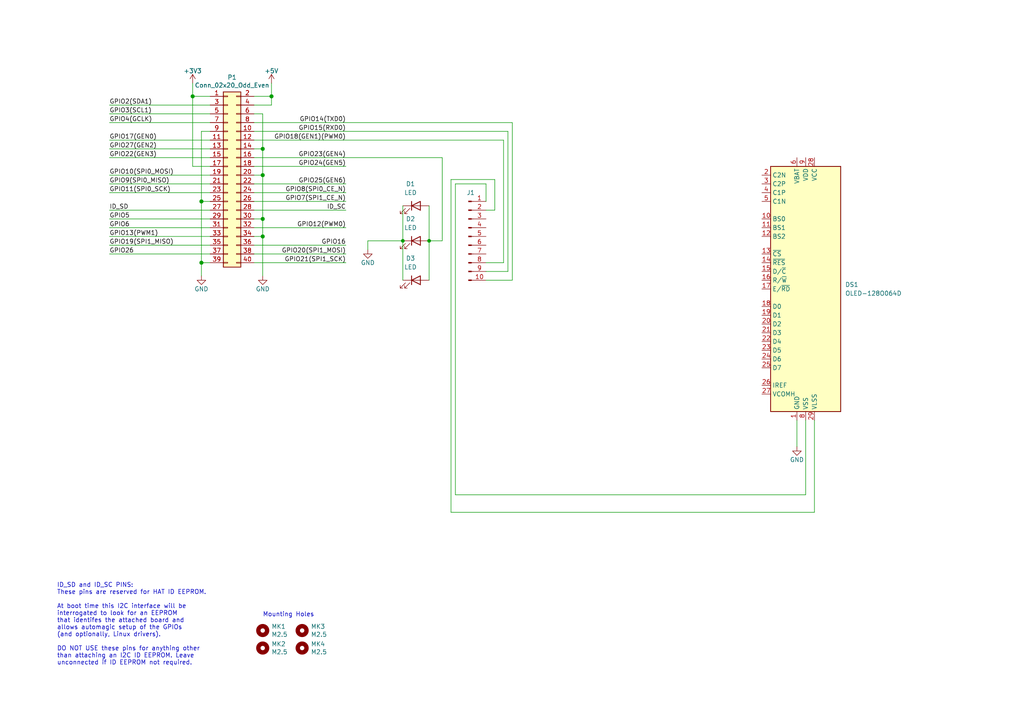
<source format=kicad_sch>
(kicad_sch (version 20211123) (generator eeschema)
  (paper "A4")
  (title_block (date "15 nov 2012"))
  (lib_symbols
    (symbol "Connector:Conn_01x10_Male" (pin_names (offset 1.016) hide)
      (property "Reference" "J" (at 0 12.7 0))
      (property "Value" "Conn_01x10_Male" (at 0 -15.24 0))
      (symbol "Conn_01x10_Male_1_1"
        (polyline (pts (xy 1.27 -12.7) (xy 0.8636 -12.7)) (stroke (width 0.1524)))
        (polyline (pts (xy 1.27 -10.16) (xy 0.8636 -10.16)) (stroke (width 0.1524)))
        (polyline (pts (xy 1.27 -7.62) (xy 0.8636 -7.62)) (stroke (width 0.1524)))
        (polyline (pts (xy 1.27 -5.08) (xy 0.8636 -5.08)) (stroke (width 0.1524)))
        (polyline (pts (xy 1.27 -2.54) (xy 0.8636 -2.54)) (stroke (width 0.1524)))
        (polyline (pts (xy 1.27 0) (xy 0.8636 0)) (stroke (width 0.1524)))
        (polyline (pts (xy 1.27 2.54) (xy 0.8636 2.54)) (stroke (width 0.1524)))
        (polyline (pts (xy 1.27 5.08) (xy 0.8636 5.08)) (stroke (width 0.1524)))
        (polyline (pts (xy 1.27 7.62) (xy 0.8636 7.62)) (stroke (width 0.1524)))
        (polyline (pts (xy 1.27 10.16) (xy 0.8636 10.16)) (stroke (width 0.1524)))
        (rectangle (start 0.8636 -12.573) (end 0 -12.827) (stroke (width 0.1524)) (fill (type outline)))
        (rectangle (start 0.8636 -10.033) (end 0 -10.287) (stroke (width 0.1524)) (fill (type outline)))
        (rectangle (start 0.8636 -7.493) (end 0 -7.747) (stroke (width 0.1524)) (fill (type outline)))
        (rectangle (start 0.8636 -4.953) (end 0 -5.207) (stroke (width 0.1524)) (fill (type outline)))
        (rectangle (start 0.8636 -2.413) (end 0 -2.667) (stroke (width 0.1524)) (fill (type outline)))
        (rectangle (start 0.8636 0.127) (end 0 -0.127) (stroke (width 0.1524)) (fill (type outline)))
        (rectangle (start 0.8636 2.667) (end 0 2.413) (stroke (width 0.1524)) (fill (type outline)))
        (rectangle (start 0.8636 5.207) (end 0 4.953) (stroke (width 0.1524)) (fill (type outline)))
        (rectangle (start 0.8636 7.747) (end 0 7.493) (stroke (width 0.1524)) (fill (type outline)))
        (rectangle (start 0.8636 10.287) (end 0 10.033) (stroke (width 0.1524)) (fill (type outline)))
        (pin passive line (at 5.08 10.16 180) (length 3.81) (name "Pin_1") (number "1"))
        (pin passive line (at 5.08 -12.7 180) (length 3.81) (name "Pin_10") (number "10"))
        (pin passive line (at 5.08 7.62 180) (length 3.81) (name "Pin_2") (number "2"))
        (pin passive line (at 5.08 5.08 180) (length 3.81) (name "Pin_3") (number "3"))
        (pin passive line (at 5.08 2.54 180) (length 3.81) (name "Pin_4") (number "4"))
        (pin passive line (at 5.08 0 180) (length 3.81) (name "Pin_5") (number "5"))
        (pin passive line (at 5.08 -2.54 180) (length 3.81) (name "Pin_6") (number "6"))
        (pin passive line (at 5.08 -5.08 180) (length 3.81) (name "Pin_7") (number "7"))
        (pin passive line (at 5.08 -7.62 180) (length 3.81) (name "Pin_8") (number "8"))
        (pin passive line (at 5.08 -10.16 180) (length 3.81) (name "Pin_9") (number "9"))
      )
    )
    (symbol "Connector_Generic:Conn_02x20_Odd_Even" (pin_names (offset 1.016) hide)
      (property "Reference" "J" (at 1.27 25.4 0))
      (property "Value" "Conn_02x20_Odd_Even" (at 1.27 -27.94 0))
      (symbol "Conn_02x20_Odd_Even_1_1"
        (rectangle (start -1.27 -25.273) (end 0 -25.527) (stroke (width 0.1524)))
        (rectangle (start -1.27 -22.733) (end 0 -22.987) (stroke (width 0.1524)))
        (rectangle (start -1.27 -20.193) (end 0 -20.447) (stroke (width 0.1524)))
        (rectangle (start -1.27 -17.653) (end 0 -17.907) (stroke (width 0.1524)))
        (rectangle (start -1.27 -15.113) (end 0 -15.367) (stroke (width 0.1524)))
        (rectangle (start -1.27 -12.573) (end 0 -12.827) (stroke (width 0.1524)))
        (rectangle (start -1.27 -10.033) (end 0 -10.287) (stroke (width 0.1524)))
        (rectangle (start -1.27 -7.493) (end 0 -7.747) (stroke (width 0.1524)))
        (rectangle (start -1.27 -4.953) (end 0 -5.207) (stroke (width 0.1524)))
        (rectangle (start -1.27 -2.413) (end 0 -2.667) (stroke (width 0.1524)))
        (rectangle (start -1.27 0.127) (end 0 -0.127) (stroke (width 0.1524)))
        (rectangle (start -1.27 2.667) (end 0 2.413) (stroke (width 0.1524)))
        (rectangle (start -1.27 5.207) (end 0 4.953) (stroke (width 0.1524)))
        (rectangle (start -1.27 7.747) (end 0 7.493) (stroke (width 0.1524)))
        (rectangle (start -1.27 10.287) (end 0 10.033) (stroke (width 0.1524)))
        (rectangle (start -1.27 12.827) (end 0 12.573) (stroke (width 0.1524)))
        (rectangle (start -1.27 15.367) (end 0 15.113) (stroke (width 0.1524)))
        (rectangle (start -1.27 17.907) (end 0 17.653) (stroke (width 0.1524)))
        (rectangle (start -1.27 20.447) (end 0 20.193) (stroke (width 0.1524)))
        (rectangle (start -1.27 22.987) (end 0 22.733) (stroke (width 0.1524)))
        (rectangle (start -1.27 24.13) (end 3.81 -26.67) (stroke (width 0.254)) (fill (type background)))
        (rectangle (start 3.81 -25.273) (end 2.54 -25.527) (stroke (width 0.1524)))
        (rectangle (start 3.81 -22.733) (end 2.54 -22.987) (stroke (width 0.1524)))
        (rectangle (start 3.81 -20.193) (end 2.54 -20.447) (stroke (width 0.1524)))
        (rectangle (start 3.81 -17.653) (end 2.54 -17.907) (stroke (width 0.1524)))
        (rectangle (start 3.81 -15.113) (end 2.54 -15.367) (stroke (width 0.1524)))
        (rectangle (start 3.81 -12.573) (end 2.54 -12.827) (stroke (width 0.1524)))
        (rectangle (start 3.81 -10.033) (end 2.54 -10.287) (stroke (width 0.1524)))
        (rectangle (start 3.81 -7.493) (end 2.54 -7.747) (stroke (width 0.1524)))
        (rectangle (start 3.81 -4.953) (end 2.54 -5.207) (stroke (width 0.1524)))
        (rectangle (start 3.81 -2.413) (end 2.54 -2.667) (stroke (width 0.1524)))
        (rectangle (start 3.81 0.127) (end 2.54 -0.127) (stroke (width 0.1524)))
        (rectangle (start 3.81 2.667) (end 2.54 2.413) (stroke (width 0.1524)))
        (rectangle (start 3.81 5.207) (end 2.54 4.953) (stroke (width 0.1524)))
        (rectangle (start 3.81 7.747) (end 2.54 7.493) (stroke (width 0.1524)))
        (rectangle (start 3.81 10.287) (end 2.54 10.033) (stroke (width 0.1524)))
        (rectangle (start 3.81 12.827) (end 2.54 12.573) (stroke (width 0.1524)))
        (rectangle (start 3.81 15.367) (end 2.54 15.113) (stroke (width 0.1524)))
        (rectangle (start 3.81 17.907) (end 2.54 17.653) (stroke (width 0.1524)))
        (rectangle (start 3.81 20.447) (end 2.54 20.193) (stroke (width 0.1524)))
        (rectangle (start 3.81 22.987) (end 2.54 22.733) (stroke (width 0.1524)))
        (pin passive line (at -5.08 22.86 0) (length 3.81) (name "Pin_1") (number "1"))
        (pin passive line (at 7.62 12.7 180) (length 3.81) (name "Pin_10") (number "10"))
        (pin passive line (at -5.08 10.16 0) (length 3.81) (name "Pin_11") (number "11"))
        (pin passive line (at 7.62 10.16 180) (length 3.81) (name "Pin_12") (number "12"))
        (pin passive line (at -5.08 7.62 0) (length 3.81) (name "Pin_13") (number "13"))
        (pin passive line (at 7.62 7.62 180) (length 3.81) (name "Pin_14") (number "14"))
        (pin passive line (at -5.08 5.08 0) (length 3.81) (name "Pin_15") (number "15"))
        (pin passive line (at 7.62 5.08 180) (length 3.81) (name "Pin_16") (number "16"))
        (pin passive line (at -5.08 2.54 0) (length 3.81) (name "Pin_17") (number "17"))
        (pin passive line (at 7.62 2.54 180) (length 3.81) (name "Pin_18") (number "18"))
        (pin passive line (at -5.08 0 0) (length 3.81) (name "Pin_19") (number "19"))
        (pin passive line (at 7.62 22.86 180) (length 3.81) (name "Pin_2") (number "2"))
        (pin passive line (at 7.62 0 180) (length 3.81) (name "Pin_20") (number "20"))
        (pin passive line (at -5.08 -2.54 0) (length 3.81) (name "Pin_21") (number "21"))
        (pin passive line (at 7.62 -2.54 180) (length 3.81) (name "Pin_22") (number "22"))
        (pin passive line (at -5.08 -5.08 0) (length 3.81) (name "Pin_23") (number "23"))
        (pin passive line (at 7.62 -5.08 180) (length 3.81) (name "Pin_24") (number "24"))
        (pin passive line (at -5.08 -7.62 0) (length 3.81) (name "Pin_25") (number "25"))
        (pin passive line (at 7.62 -7.62 180) (length 3.81) (name "Pin_26") (number "26"))
        (pin passive line (at -5.08 -10.16 0) (length 3.81) (name "Pin_27") (number "27"))
        (pin passive line (at 7.62 -10.16 180) (length 3.81) (name "Pin_28") (number "28"))
        (pin passive line (at -5.08 -12.7 0) (length 3.81) (name "Pin_29") (number "29"))
        (pin passive line (at -5.08 20.32 0) (length 3.81) (name "Pin_3") (number "3"))
        (pin passive line (at 7.62 -12.7 180) (length 3.81) (name "Pin_30") (number "30"))
        (pin passive line (at -5.08 -15.24 0) (length 3.81) (name "Pin_31") (number "31"))
        (pin passive line (at 7.62 -15.24 180) (length 3.81) (name "Pin_32") (number "32"))
        (pin passive line (at -5.08 -17.78 0) (length 3.81) (name "Pin_33") (number "33"))
        (pin passive line (at 7.62 -17.78 180) (length 3.81) (name "Pin_34") (number "34"))
        (pin passive line (at -5.08 -20.32 0) (length 3.81) (name "Pin_35") (number "35"))
        (pin passive line (at 7.62 -20.32 180) (length 3.81) (name "Pin_36") (number "36"))
        (pin passive line (at -5.08 -22.86 0) (length 3.81) (name "Pin_37") (number "37"))
        (pin passive line (at 7.62 -22.86 180) (length 3.81) (name "Pin_38") (number "38"))
        (pin passive line (at -5.08 -25.4 0) (length 3.81) (name "Pin_39") (number "39"))
        (pin passive line (at 7.62 20.32 180) (length 3.81) (name "Pin_4") (number "4"))
        (pin passive line (at 7.62 -25.4 180) (length 3.81) (name "Pin_40") (number "40"))
        (pin passive line (at -5.08 17.78 0) (length 3.81) (name "Pin_5") (number "5"))
        (pin passive line (at 7.62 17.78 180) (length 3.81) (name "Pin_6") (number "6"))
        (pin passive line (at -5.08 15.24 0) (length 3.81) (name "Pin_7") (number "7"))
        (pin passive line (at 7.62 15.24 180) (length 3.81) (name "Pin_8") (number "8"))
        (pin passive line (at -5.08 12.7 0) (length 3.81) (name "Pin_9") (number "9"))
      )
    )
    (symbol "Device:LED" (pin_numbers hide) (pin_names (offset 1.016) hide)
      (property "Reference" "D" (at 0 2.54 0))
      (property "Value" "LED" (at 0 -2.54 0))
      (symbol "LED_0_1"
        (polyline (pts (xy -1.27 -1.27) (xy -1.27 1.27)) (stroke (width 0.254)))
        (polyline (pts (xy -1.27 0) (xy 1.27 0)))
        (polyline (pts (xy 1.27 -1.27) (xy 1.27 1.27) (xy -1.27 0) (xy 1.27 -1.27)) (stroke (width 0.254)))
        (polyline (pts (xy -3.048 -0.762) (xy -4.572 -2.286) (xy -3.81 -2.286) (xy -4.572 -2.286) (xy -4.572 -1.524)))
        (polyline (pts (xy -1.778 -0.762) (xy -3.302 -2.286) (xy -2.54 -2.286) (xy -3.302 -2.286) (xy -3.302 -1.524)))
      )
      (symbol "LED_1_1"
        (pin passive line (at -3.81 0 0) (length 2.54) (name "K") (number "1"))
        (pin passive line (at 3.81 0 180) (length 2.54) (name "A") (number "2"))
      )
    )
    (symbol "Display_Graphic:OLED-128O064D"
      (property "Reference" "DS" (at -10.16 38.1 0))
      (property "Value" "OLED-128O064D" (at 12.7 38.1 0))
      (symbol "OLED-128O064D_0_1"
        (rectangle (start -10.16 35.56) (end 10.16 -35.56) (stroke (width 0.254)) (fill (type background)))
      )
      (symbol "OLED-128O064D_1_1"
        (pin power_in line (at -2.54 -38.1 90) (length 2.54) (name "GND") (number "1"))
        (pin input line (at -12.7 20.32 0) (length 2.54) (name "BS0") (number "10"))
        (pin input line (at -12.7 17.78 0) (length 2.54) (name "BS1") (number "11"))
        (pin input line (at -12.7 15.24 0) (length 2.54) (name "BS2") (number "12"))
        (pin input line (at -12.7 10.16 0) (length 2.54) (name "~{CS}") (number "13"))
        (pin input line (at -12.7 7.62 0) (length 2.54) (name "~{RES}") (number "14"))
        (pin input line (at -12.7 5.08 0) (length 2.54) (name "D/~{C}") (number "15"))
        (pin input line (at -12.7 2.54 0) (length 2.54) (name "R/~{W}") (number "16"))
        (pin input line (at -12.7 0 0) (length 2.54) (name "E/~{RD}") (number "17"))
        (pin bidirectional line (at -12.7 -5.08 0) (length 2.54) (name "D0") (number "18"))
        (pin bidirectional line (at -12.7 -7.62 0) (length 2.54) (name "D1") (number "19"))
        (pin passive line (at -12.7 33.02 0) (length 2.54) (name "C2N") (number "2"))
        (pin bidirectional line (at -12.7 -10.16 0) (length 2.54) (name "D2") (number "20"))
        (pin bidirectional line (at -12.7 -12.7 0) (length 2.54) (name "D3") (number "21"))
        (pin bidirectional line (at -12.7 -15.24 0) (length 2.54) (name "D4") (number "22"))
        (pin bidirectional line (at -12.7 -17.78 0) (length 2.54) (name "D5") (number "23"))
        (pin bidirectional line (at -12.7 -20.32 0) (length 2.54) (name "D6") (number "24"))
        (pin bidirectional line (at -12.7 -22.86 0) (length 2.54) (name "D7") (number "25"))
        (pin passive line (at -12.7 -27.94 0) (length 2.54) (name "IREF") (number "26"))
        (pin passive line (at -12.7 -30.48 0) (length 2.54) (name "VCOMH") (number "27"))
        (pin power_in line (at 2.54 38.1 270) (length 2.54) (name "VCC") (number "28"))
        (pin power_in line (at 2.54 -38.1 90) (length 2.54) (name "VLSS") (number "29"))
        (pin passive line (at -12.7 30.48 0) (length 2.54) (name "C2P") (number "3"))
        (pin passive line (at -2.54 -38.1 90) (length 2.54) hide (name "GND") (number "30"))
        (pin passive line (at -12.7 27.94 0) (length 2.54) (name "C1P") (number "4"))
        (pin passive line (at -12.7 25.4 0) (length 2.54) (name "C1N") (number "5"))
        (pin power_in line (at -2.54 38.1 270) (length 2.54) (name "VBAT") (number "6"))
        (pin no_connect line (at 10.16 0 180) (length 2.54) hide (name "NC") (number "7"))
        (pin power_in line (at 0 -38.1 90) (length 2.54) (name "VSS") (number "8"))
        (pin power_in line (at 0 38.1 270) (length 2.54) (name "VDD") (number "9"))
      )
    )
    (symbol "Mechanical:MountingHole" (pin_names (offset 1.016))
      (property "Reference" "H" (at 0 5.08 0))
      (property "Value" "MountingHole" (at 0 3.175 0))
      (symbol "MountingHole_0_1"
        (circle (center 0 0) (radius 1.27) (stroke (width 1.27)))
      )
    )
    (symbol "power:+3.3V" (power) (pin_names (offset 0))
      (property "Value" "+3.3V" (at 0 3.556 0))
      (symbol "+3.3V_0_1"
        (polyline (pts (xy -0.762 1.27) (xy 0 2.54)))
        (polyline (pts (xy 0 0) (xy 0 2.54)))
        (polyline (pts (xy 0 2.54) (xy 0.762 1.27)))
      )
      (symbol "+3.3V_1_1"
        (pin power_in line (at 0 0 90) (length 0) hide (name "+3V3") (number "1"))
      )
    )
    (symbol "power:+5V" (power) (pin_names (offset 0))
      (property "Value" "+5V" (at 0 3.556 0))
      (symbol "+5V_0_1"
        (polyline (pts (xy -0.762 1.27) (xy 0 2.54)))
        (polyline (pts (xy 0 0) (xy 0 2.54)))
        (polyline (pts (xy 0 2.54) (xy 0.762 1.27)))
      )
      (symbol "+5V_1_1"
        (pin power_in line (at 0 0 90) (length 0) hide (name "+5V") (number "1"))
      )
    )
    (symbol "power:GND" (power) (pin_names (offset 0))
      (property "Value" "GND" (at 0 -3.81 0))
      (symbol "GND_0_1"
        (polyline (pts (xy 0 0) (xy 0 -1.27) (xy 1.27 -1.27) (xy 0 -2.54) (xy -1.27 -1.27) (xy 0 -1.27)))
      )
      (symbol "GND_1_1"
        (pin power_in line (at 0 0 270) (length 0) hide (name "GND") (number "1"))
      )
    )
  )
  (junction (at 78.74 27.94) (diameter 1.016))
  (junction (at 76.2 43.18) (diameter 1.016))
  (junction (at 76.2 63.5) (diameter 1.016))
  (junction (at 76.2 50.8) (diameter 1.016))
  (junction (at 116.84 69.85))
  (junction (at 58.42 76.2) (diameter 1.016))
  (junction (at 55.88 27.94) (diameter 1.016))
  (junction (at 124.46 69.85))
  (junction (at 58.42 58.42) (diameter 1.016))
  (junction (at 76.2 68.58) (diameter 1.016))
  (wire (pts (xy 147.32 78.74) (xy 147.32 38.1)))
  (wire (pts (xy 106.68 72.39) (xy 106.68 69.85)))
  (wire (pts (xy 124.46 59.69) (xy 124.46 69.85)))
  (wire (pts (xy 55.88 27.94) (xy 60.96 27.94)))
  (wire (pts (xy 73.66 71.12) (xy 100.33 71.12)))
  (wire (pts (xy 78.74 27.94) (xy 78.74 30.48)))
  (wire (pts (xy 148.59 35.56) (xy 148.59 81.28)))
  (wire (pts (xy 130.81 148.59) (xy 130.81 52.07)))
  (wire (pts (xy 76.2 43.18) (xy 76.2 50.8)))
  (wire (pts (xy 73.66 35.56) (xy 148.59 35.56)))
  (wire (pts (xy 76.2 33.02) (xy 73.66 33.02)))
  (wire (pts (xy 73.66 66.04) (xy 100.33 66.04)))
  (wire (pts (xy 31.75 53.34) (xy 60.96 53.34)))
  (wire (pts (xy 60.96 60.96) (xy 31.75 60.96)))
  (wire (pts (xy 76.2 43.18) (xy 73.66 43.18)))
  (wire (pts (xy 55.88 27.94) (xy 55.88 48.26)))
  (wire (pts (xy 31.75 63.5) (xy 60.96 63.5)))
  (wire (pts (xy 236.22 121.92) (xy 236.22 148.59)))
  (wire (pts (xy 140.97 53.34) (xy 132.08 53.34)))
  (wire (pts (xy 236.22 148.59) (xy 130.81 148.59)))
  (wire (pts (xy 58.42 38.1) (xy 60.96 38.1)))
  (wire (pts (xy 128.27 45.72) (xy 128.27 69.85)))
  (wire (pts (xy 76.2 50.8) (xy 73.66 50.8)))
  (wire (pts (xy 60.96 30.48) (xy 31.75 30.48)))
  (wire (pts (xy 73.66 76.2) (xy 100.33 76.2)))
  (wire (pts (xy 31.75 71.12) (xy 60.96 71.12)))
  (wire (pts (xy 31.75 45.72) (xy 60.96 45.72)))
  (wire (pts (xy 132.08 53.34) (xy 132.08 143.51)))
  (wire (pts (xy 128.27 69.85) (xy 124.46 69.85)))
  (wire (pts (xy 73.66 58.42) (xy 100.33 58.42)))
  (wire (pts (xy 31.75 73.66) (xy 60.96 73.66)))
  (wire (pts (xy 73.66 48.26) (xy 100.33 48.26)))
  (wire (pts (xy 55.88 48.26) (xy 60.96 48.26)))
  (wire (pts (xy 60.96 50.8) (xy 31.75 50.8)))
  (wire (pts (xy 31.75 33.02) (xy 60.96 33.02)))
  (wire (pts (xy 76.2 63.5) (xy 76.2 68.58)))
  (wire (pts (xy 58.42 58.42) (xy 58.42 76.2)))
  (wire (pts (xy 106.68 69.85) (xy 116.84 69.85)))
  (wire (pts (xy 78.74 27.94) (xy 73.66 27.94)))
  (wire (pts (xy 78.74 30.48) (xy 73.66 30.48)))
  (wire (pts (xy 58.42 76.2) (xy 60.96 76.2)))
  (wire (pts (xy 140.97 76.2) (xy 146.05 76.2)))
  (wire (pts (xy 58.42 38.1) (xy 58.42 58.42)))
  (wire (pts (xy 73.66 53.34) (xy 100.33 53.34)))
  (wire (pts (xy 140.97 58.42) (xy 140.97 53.34)))
  (wire (pts (xy 76.2 33.02) (xy 76.2 43.18)))
  (wire (pts (xy 76.2 63.5) (xy 73.66 63.5)))
  (wire (pts (xy 140.97 81.28) (xy 148.59 81.28)))
  (wire (pts (xy 76.2 68.58) (xy 76.2 80.01)))
  (wire (pts (xy 130.81 52.07) (xy 143.51 52.07)))
  (wire (pts (xy 31.75 55.88) (xy 60.96 55.88)))
  (wire (pts (xy 76.2 68.58) (xy 73.66 68.58)))
  (wire (pts (xy 31.75 66.04) (xy 60.96 66.04)))
  (wire (pts (xy 31.75 35.56) (xy 60.96 35.56)))
  (wire (pts (xy 116.84 59.69) (xy 116.84 69.85)))
  (wire (pts (xy 143.51 52.07) (xy 143.51 60.96)))
  (wire (pts (xy 31.75 43.18) (xy 60.96 43.18)))
  (wire (pts (xy 58.42 76.2) (xy 58.42 80.01)))
  (wire (pts (xy 76.2 50.8) (xy 76.2 63.5)))
  (wire (pts (xy 73.66 38.1) (xy 147.32 38.1)))
  (wire (pts (xy 73.66 60.96) (xy 100.33 60.96)))
  (wire (pts (xy 140.97 78.74) (xy 147.32 78.74)))
  (wire (pts (xy 55.88 24.13) (xy 55.88 27.94)))
  (wire (pts (xy 73.66 40.64) (xy 146.05 40.64)))
  (wire (pts (xy 73.66 55.88) (xy 100.33 55.88)))
  (wire (pts (xy 124.46 69.85) (xy 124.46 81.28)))
  (wire (pts (xy 132.08 143.51) (xy 233.68 143.51)))
  (wire (pts (xy 146.05 40.64) (xy 146.05 76.2)))
  (wire (pts (xy 73.66 45.72) (xy 128.27 45.72)))
  (wire (pts (xy 60.96 40.64) (xy 31.75 40.64)))
  (wire (pts (xy 116.84 69.85) (xy 116.84 81.28)))
  (wire (pts (xy 231.14 121.92) (xy 231.14 129.54)))
  (wire (pts (xy 233.68 143.51) (xy 233.68 121.92)))
  (wire (pts (xy 73.66 73.66) (xy 100.33 73.66)))
  (wire (pts (xy 58.42 58.42) (xy 60.96 58.42)))
  (wire (pts (xy 78.74 24.13) (xy 78.74 27.94)))
  (wire (pts (xy 143.51 60.96) (xy 140.97 60.96)))
  (wire (pts (xy 60.96 68.58) (xy 31.75 68.58)))
  (text "ID_SD and ID_SC PINS:\nThese pins are reserved for HAT ID EEPROM.\n\nAt boot time this I2C interface will be\ninterrogated to look for an EEPROM\nthat identifes the attached board and\nallows automagic setup of the GPIOs\n(and optionally, Linux drivers).\n\nDO NOT USE these pins for anything other\nthan attaching an I2C ID EEPROM. Leave\nunconnected if ID EEPROM not required." (at 16.51 193.04 0) (effects (font (size 1.27 1.27)) (justify left bottom)))
  (text "Mounting Holes" (at 76.2 179.07 0) (effects (font (size 1.27 1.27)) (justify left bottom)))
  (label "GPIO5" (at 31.75 63.5 0))
  (label "GPIO13(PWM1)" (at 31.75 68.58 0))
  (label "GPIO7(SPI1_CE_N)" (at 100.33 58.42 180))
  (label "GPIO25(GEN6)" (at 100.33 53.34 180))
  (label "ID_SD" (at 31.75 60.96 0))
  (label "GPIO17(GEN0)" (at 31.75 40.64 0))
  (label "GPIO20(SPI1_MOSI)" (at 100.33 73.66 180))
  (label "GPIO15(RXD0)" (at 100.33 38.1 180))
  (label "ID_SC" (at 100.33 60.96 180))
  (label "GPIO4(GCLK)" (at 31.75 35.56 0))
  (label "GPIO19(SPI1_MISO)" (at 31.75 71.12 0))
  (label "GPIO16" (at 100.33 71.12 180))
  (label "GPIO21(SPI1_SCK)" (at 100.33 76.2 180))
  (label "GPIO14(TXD0)" (at 100.33 35.56 180))
  (label "GPIO3(SCL1)" (at 31.75 33.02 0))
  (label "GPIO8(SPI0_CE_N)" (at 100.33 55.88 180))
  (label "GPIO6" (at 31.75 66.04 0))
  (label "GPIO27(GEN2)" (at 31.75 43.18 0))
  (label "GPIO26" (at 31.75 73.66 0))
  (label "GPIO24(GEN5)" (at 100.33 48.26 180))
  (label "GPIO18(GEN1)(PWM0)" (at 100.33 40.64 180))
  (label "GPIO23(GEN4)" (at 100.33 45.72 180))
  (label "GPIO9(SPI0_MISO)" (at 31.75 53.34 0))
  (label "GPIO10(SPI0_MOSI)" (at 31.75 50.8 0))
  (label "GPIO12(PWM0)" (at 100.33 66.04 180))
  (label "GPIO2(SDA1)" (at 31.75 30.48 0))
  (label "GPIO22(GEN3)" (at 31.75 45.72 0))
  (label "GPIO11(SPI0_SCK)" (at 31.75 55.88 0))
  (symbol (lib_id "power:+5V") (at 78.74 24.13 0) (unit 1)
    (property "Reference" "#PWR01" (effects hide))
    (property "Value" "+5V" (at 78.74 20.574 0))
  )
  (symbol (lib_id "power:+3.3V") (at 55.88 24.13 0) (unit 1)
    (property "Reference" "#PWR04" (effects hide))
    (property "Value" "+3.3V" (at 55.88 20.574 0))
  )
  (symbol (lib_id "power:GND") (at 76.2 80.01 0) (unit 1)
    (property "Reference" "#PWR02" (effects hide))
    (property "Value" "GND" (at 76.2 83.82 0))
  )
  (symbol (lib_id "power:GND") (at 58.42 80.01 0) (unit 1)
    (property "Reference" "#PWR03" (effects hide))
    (property "Value" "GND" (at 58.42 83.82 0))
  )
  (symbol (lib_id "Mechanical:MountingHole") (at 76.2 182.88 0) (unit 1)
    (property "Reference" "MK1" (at 78.74 181.7116 0) (effects (justify left)))
    (property "Value" "M2.5" (at 78.74 184.023 0) (effects (justify left)))
    (property "Footprint" "MountingHole:MountingHole_2.7mm_M2.5" (effects hide))
  )
  (symbol (lib_id "Mechanical:MountingHole") (at 87.63 182.88 0) (unit 1)
    (property "Reference" "MK3" (at 90.17 181.7116 0) (effects (justify left)))
    (property "Value" "M2.5" (at 90.17 184.023 0) (effects (justify left)))
    (property "Footprint" "MountingHole:MountingHole_2.7mm_M2.5" (effects hide))
  )
  (symbol (lib_id "Mechanical:MountingHole") (at 76.2 187.96 0) (unit 1)
    (property "Reference" "MK2" (at 78.74 186.7916 0) (effects (justify left)))
    (property "Value" "M2.5" (at 78.74 189.103 0) (effects (justify left)))
    (property "Footprint" "MountingHole:MountingHole_2.7mm_M2.5" (effects hide))
  )
  (symbol (lib_id "Mechanical:MountingHole") (at 87.63 187.96 0) (unit 1)
    (property "Reference" "MK4" (at 90.17 186.7916 0) (effects (justify left)))
    (property "Value" "M2.5" (at 90.17 189.103 0) (effects (justify left)))
    (property "Footprint" "MountingHole:MountingHole_2.7mm_M2.5" (effects hide))
  )
  (symbol (lib_id "Connector_Generic:Conn_02x20_Odd_Even") (at 66.04 50.8 0) (unit 1)
    (property "Reference" "P1" (at 67.31 22.4282 0))
    (property "Value" "Conn_02x20_Odd_Even" (at 67.31 24.7396 0))
    (property "Footprint" "Connector_PinSocket_2.54mm:PinSocket_2x20_P2.54mm_Vertical" (effects hide))
  )
  (symbol (lib_id "Connector:Conn_01x10_Male") (at 135.89 68.58 0) (unit 1)
    (property "Reference" "J1" (at 136.525 55.88 0))
    (property "Value" "Conn_01x10_Male" (effects hide))
    (property "Footprint" "TerminalBlock:TerminalBlock_bornier-6_P5.08mm" (effects hide))
  )
  (symbol (lib_id "Device:LED") (at 120.65 69.85 0) (unit 1)
    (property "Reference" "D2" (at 119.0625 63.5 0))
    (property "Value" "LED" (at 119.0625 66.04 0))
    (property "Footprint" "LED_THT:LED_D4.0mm" (effects hide))
  )
  (symbol (lib_id "Display_Graphic:OLED-128O064D") (at 233.68 83.82 0) (unit 1)
    (property "Reference" "DS1" (at 245.11 82.5499 0) (effects (justify left)))
    (property "Value" "OLED-128O064D" (at 245.11 85.0899 0) (effects (justify left)))
    (property "Footprint" "Display:OLED-128O064D" (effects hide))
    (property "Datasheet" "https://www.vishay.com/docs/37902/oled128o064dbpp3n00000.pdf" (effects hide))
  )
  (symbol (lib_id "power:GND") (at 106.68 72.39 0) (unit 1)
    (property "Reference" "#PWR0102" (effects hide))
    (property "Value" "GND" (at 106.68 76.2 0))
  )
  (symbol (lib_id "Device:LED") (at 120.65 81.28 0) (unit 1)
    (property "Reference" "D3" (at 119.0625 74.93 0))
    (property "Value" "LED" (at 119.0625 77.47 0))
    (property "Footprint" "LED_THT:LED_D4.0mm" (effects hide))
  )
  (symbol (lib_id "Device:LED") (at 120.65 59.69 0) (unit 1)
    (property "Reference" "D1" (at 119.0625 53.34 0))
    (property "Value" "LED" (at 119.0625 55.88 0))
    (property "Footprint" "LED_THT:LED_D4.0mm" (effects hide))
  )
  (symbol (lib_id "power:GND") (at 231.14 129.54 0) (unit 1)
    (property "Reference" "#PWR0101" (effects hide))
    (property "Value" "GND" (at 231.14 133.35 0))
  )
)
</source>
